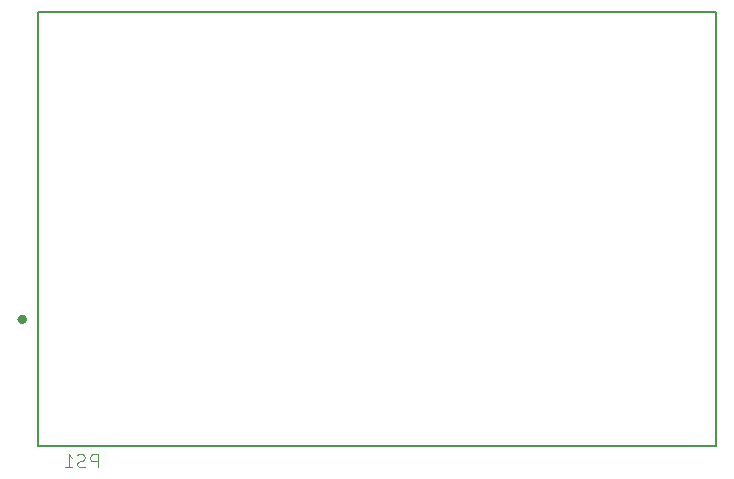
<source format=gbr>
%TF.GenerationSoftware,KiCad,Pcbnew,(5.1.9)-1*%
%TF.CreationDate,2021-04-12T23:16:35+02:00*%
%TF.ProjectId,v1_BMR480,76315f42-4d52-4343-9830-2e6b69636164,rev?*%
%TF.SameCoordinates,Original*%
%TF.FileFunction,Legend,Bot*%
%TF.FilePolarity,Positive*%
%FSLAX46Y46*%
G04 Gerber Fmt 4.6, Leading zero omitted, Abs format (unit mm)*
G04 Created by KiCad (PCBNEW (5.1.9)-1) date 2021-04-12 23:16:35*
%MOMM*%
%LPD*%
G01*
G04 APERTURE LIST*
%ADD10C,0.400000*%
%ADD11C,0.127000*%
%ADD12C,0.015000*%
G04 APERTURE END LIST*
D10*
%TO.C,PS1*%
X88772000Y-71173000D02*
G75*
G03*
X88772000Y-71173000I-200000J0D01*
G01*
D11*
X89910000Y-45100000D02*
X89910000Y-81900000D01*
X147310000Y-45100000D02*
X89910000Y-45100000D01*
X147310000Y-81900000D02*
X147310000Y-45100000D01*
X89910000Y-81900000D02*
X147310000Y-81900000D01*
D12*
X94950000Y-83702866D02*
X94950000Y-82582866D01*
X94523333Y-82582866D01*
X94416666Y-82636200D01*
X94363333Y-82689533D01*
X94310000Y-82796200D01*
X94310000Y-82956200D01*
X94363333Y-83062866D01*
X94416666Y-83116200D01*
X94523333Y-83169533D01*
X94950000Y-83169533D01*
X93883333Y-83649533D02*
X93723333Y-83702866D01*
X93456666Y-83702866D01*
X93350000Y-83649533D01*
X93296666Y-83596200D01*
X93243333Y-83489533D01*
X93243333Y-83382866D01*
X93296666Y-83276200D01*
X93350000Y-83222866D01*
X93456666Y-83169533D01*
X93670000Y-83116200D01*
X93776666Y-83062866D01*
X93830000Y-83009533D01*
X93883333Y-82902866D01*
X93883333Y-82796200D01*
X93830000Y-82689533D01*
X93776666Y-82636200D01*
X93670000Y-82582866D01*
X93403333Y-82582866D01*
X93243333Y-82636200D01*
X92176666Y-83702866D02*
X92816666Y-83702866D01*
X92496666Y-83702866D02*
X92496666Y-82582866D01*
X92603333Y-82742866D01*
X92710000Y-82849533D01*
X92816666Y-82902866D01*
%TD*%
M02*

</source>
